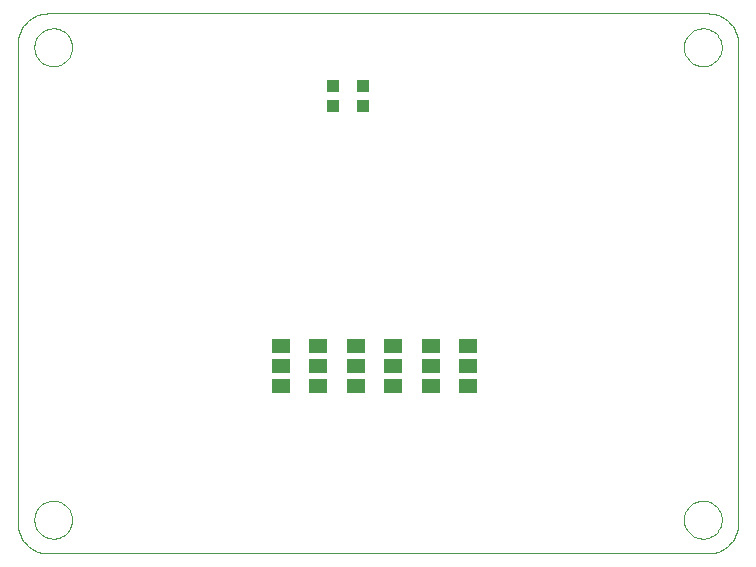
<source format=gbp>
G75*
%MOIN*%
%OFA0B0*%
%FSLAX24Y24*%
%IPPOS*%
%LPD*%
%AMOC8*
5,1,8,0,0,1.08239X$1,22.5*
%
%ADD10C,0.0000*%
%ADD11R,0.0394X0.0433*%
%ADD12R,0.0591X0.0512*%
D10*
X001650Y000650D02*
X023650Y000650D01*
X023710Y000652D01*
X023771Y000657D01*
X023830Y000666D01*
X023889Y000679D01*
X023948Y000695D01*
X024005Y000715D01*
X024060Y000738D01*
X024115Y000765D01*
X024167Y000794D01*
X024218Y000827D01*
X024267Y000863D01*
X024313Y000901D01*
X024357Y000943D01*
X024399Y000987D01*
X024437Y001033D01*
X024473Y001082D01*
X024506Y001133D01*
X024535Y001185D01*
X024562Y001240D01*
X024585Y001295D01*
X024605Y001352D01*
X024621Y001411D01*
X024634Y001470D01*
X024643Y001529D01*
X024648Y001590D01*
X024650Y001650D01*
X024650Y017650D01*
X024648Y017710D01*
X024643Y017771D01*
X024634Y017830D01*
X024621Y017889D01*
X024605Y017948D01*
X024585Y018005D01*
X024562Y018060D01*
X024535Y018115D01*
X024506Y018167D01*
X024473Y018218D01*
X024437Y018267D01*
X024399Y018313D01*
X024357Y018357D01*
X024313Y018399D01*
X024267Y018437D01*
X024218Y018473D01*
X024167Y018506D01*
X024115Y018535D01*
X024060Y018562D01*
X024005Y018585D01*
X023948Y018605D01*
X023889Y018621D01*
X023830Y018634D01*
X023771Y018643D01*
X023710Y018648D01*
X023650Y018650D01*
X001650Y018650D01*
X001590Y018648D01*
X001529Y018643D01*
X001470Y018634D01*
X001411Y018621D01*
X001352Y018605D01*
X001295Y018585D01*
X001240Y018562D01*
X001185Y018535D01*
X001133Y018506D01*
X001082Y018473D01*
X001033Y018437D01*
X000987Y018399D01*
X000943Y018357D01*
X000901Y018313D01*
X000863Y018267D01*
X000827Y018218D01*
X000794Y018167D01*
X000765Y018115D01*
X000738Y018060D01*
X000715Y018005D01*
X000695Y017948D01*
X000679Y017889D01*
X000666Y017830D01*
X000657Y017771D01*
X000652Y017710D01*
X000650Y017650D01*
X000650Y001650D01*
X000652Y001590D01*
X000657Y001529D01*
X000666Y001470D01*
X000679Y001411D01*
X000695Y001352D01*
X000715Y001295D01*
X000738Y001240D01*
X000765Y001185D01*
X000794Y001133D01*
X000827Y001082D01*
X000863Y001033D01*
X000901Y000987D01*
X000943Y000943D01*
X000987Y000901D01*
X001033Y000863D01*
X001082Y000827D01*
X001133Y000794D01*
X001185Y000765D01*
X001240Y000738D01*
X001295Y000715D01*
X001352Y000695D01*
X001411Y000679D01*
X001470Y000666D01*
X001529Y000657D01*
X001590Y000652D01*
X001650Y000650D01*
X001193Y001776D02*
X001195Y001826D01*
X001201Y001876D01*
X001211Y001925D01*
X001225Y001973D01*
X001242Y002020D01*
X001263Y002065D01*
X001288Y002109D01*
X001316Y002150D01*
X001348Y002189D01*
X001382Y002226D01*
X001419Y002260D01*
X001459Y002290D01*
X001501Y002317D01*
X001545Y002341D01*
X001591Y002362D01*
X001638Y002378D01*
X001686Y002391D01*
X001736Y002400D01*
X001785Y002405D01*
X001836Y002406D01*
X001886Y002403D01*
X001935Y002396D01*
X001984Y002385D01*
X002032Y002370D01*
X002078Y002352D01*
X002123Y002330D01*
X002166Y002304D01*
X002207Y002275D01*
X002246Y002243D01*
X002282Y002208D01*
X002314Y002170D01*
X002344Y002130D01*
X002371Y002087D01*
X002394Y002043D01*
X002413Y001997D01*
X002429Y001949D01*
X002441Y001900D01*
X002449Y001851D01*
X002453Y001801D01*
X002453Y001751D01*
X002449Y001701D01*
X002441Y001652D01*
X002429Y001603D01*
X002413Y001555D01*
X002394Y001509D01*
X002371Y001465D01*
X002344Y001422D01*
X002314Y001382D01*
X002282Y001344D01*
X002246Y001309D01*
X002207Y001277D01*
X002166Y001248D01*
X002123Y001222D01*
X002078Y001200D01*
X002032Y001182D01*
X001984Y001167D01*
X001935Y001156D01*
X001886Y001149D01*
X001836Y001146D01*
X001785Y001147D01*
X001736Y001152D01*
X001686Y001161D01*
X001638Y001174D01*
X001591Y001190D01*
X001545Y001211D01*
X001501Y001235D01*
X001459Y001262D01*
X001419Y001292D01*
X001382Y001326D01*
X001348Y001363D01*
X001316Y001402D01*
X001288Y001443D01*
X001263Y001487D01*
X001242Y001532D01*
X001225Y001579D01*
X001211Y001627D01*
X001201Y001676D01*
X001195Y001726D01*
X001193Y001776D01*
X001193Y017524D02*
X001195Y017574D01*
X001201Y017624D01*
X001211Y017673D01*
X001225Y017721D01*
X001242Y017768D01*
X001263Y017813D01*
X001288Y017857D01*
X001316Y017898D01*
X001348Y017937D01*
X001382Y017974D01*
X001419Y018008D01*
X001459Y018038D01*
X001501Y018065D01*
X001545Y018089D01*
X001591Y018110D01*
X001638Y018126D01*
X001686Y018139D01*
X001736Y018148D01*
X001785Y018153D01*
X001836Y018154D01*
X001886Y018151D01*
X001935Y018144D01*
X001984Y018133D01*
X002032Y018118D01*
X002078Y018100D01*
X002123Y018078D01*
X002166Y018052D01*
X002207Y018023D01*
X002246Y017991D01*
X002282Y017956D01*
X002314Y017918D01*
X002344Y017878D01*
X002371Y017835D01*
X002394Y017791D01*
X002413Y017745D01*
X002429Y017697D01*
X002441Y017648D01*
X002449Y017599D01*
X002453Y017549D01*
X002453Y017499D01*
X002449Y017449D01*
X002441Y017400D01*
X002429Y017351D01*
X002413Y017303D01*
X002394Y017257D01*
X002371Y017213D01*
X002344Y017170D01*
X002314Y017130D01*
X002282Y017092D01*
X002246Y017057D01*
X002207Y017025D01*
X002166Y016996D01*
X002123Y016970D01*
X002078Y016948D01*
X002032Y016930D01*
X001984Y016915D01*
X001935Y016904D01*
X001886Y016897D01*
X001836Y016894D01*
X001785Y016895D01*
X001736Y016900D01*
X001686Y016909D01*
X001638Y016922D01*
X001591Y016938D01*
X001545Y016959D01*
X001501Y016983D01*
X001459Y017010D01*
X001419Y017040D01*
X001382Y017074D01*
X001348Y017111D01*
X001316Y017150D01*
X001288Y017191D01*
X001263Y017235D01*
X001242Y017280D01*
X001225Y017327D01*
X001211Y017375D01*
X001201Y017424D01*
X001195Y017474D01*
X001193Y017524D01*
X022847Y017524D02*
X022849Y017574D01*
X022855Y017624D01*
X022865Y017673D01*
X022879Y017721D01*
X022896Y017768D01*
X022917Y017813D01*
X022942Y017857D01*
X022970Y017898D01*
X023002Y017937D01*
X023036Y017974D01*
X023073Y018008D01*
X023113Y018038D01*
X023155Y018065D01*
X023199Y018089D01*
X023245Y018110D01*
X023292Y018126D01*
X023340Y018139D01*
X023390Y018148D01*
X023439Y018153D01*
X023490Y018154D01*
X023540Y018151D01*
X023589Y018144D01*
X023638Y018133D01*
X023686Y018118D01*
X023732Y018100D01*
X023777Y018078D01*
X023820Y018052D01*
X023861Y018023D01*
X023900Y017991D01*
X023936Y017956D01*
X023968Y017918D01*
X023998Y017878D01*
X024025Y017835D01*
X024048Y017791D01*
X024067Y017745D01*
X024083Y017697D01*
X024095Y017648D01*
X024103Y017599D01*
X024107Y017549D01*
X024107Y017499D01*
X024103Y017449D01*
X024095Y017400D01*
X024083Y017351D01*
X024067Y017303D01*
X024048Y017257D01*
X024025Y017213D01*
X023998Y017170D01*
X023968Y017130D01*
X023936Y017092D01*
X023900Y017057D01*
X023861Y017025D01*
X023820Y016996D01*
X023777Y016970D01*
X023732Y016948D01*
X023686Y016930D01*
X023638Y016915D01*
X023589Y016904D01*
X023540Y016897D01*
X023490Y016894D01*
X023439Y016895D01*
X023390Y016900D01*
X023340Y016909D01*
X023292Y016922D01*
X023245Y016938D01*
X023199Y016959D01*
X023155Y016983D01*
X023113Y017010D01*
X023073Y017040D01*
X023036Y017074D01*
X023002Y017111D01*
X022970Y017150D01*
X022942Y017191D01*
X022917Y017235D01*
X022896Y017280D01*
X022879Y017327D01*
X022865Y017375D01*
X022855Y017424D01*
X022849Y017474D01*
X022847Y017524D01*
X022847Y001776D02*
X022849Y001826D01*
X022855Y001876D01*
X022865Y001925D01*
X022879Y001973D01*
X022896Y002020D01*
X022917Y002065D01*
X022942Y002109D01*
X022970Y002150D01*
X023002Y002189D01*
X023036Y002226D01*
X023073Y002260D01*
X023113Y002290D01*
X023155Y002317D01*
X023199Y002341D01*
X023245Y002362D01*
X023292Y002378D01*
X023340Y002391D01*
X023390Y002400D01*
X023439Y002405D01*
X023490Y002406D01*
X023540Y002403D01*
X023589Y002396D01*
X023638Y002385D01*
X023686Y002370D01*
X023732Y002352D01*
X023777Y002330D01*
X023820Y002304D01*
X023861Y002275D01*
X023900Y002243D01*
X023936Y002208D01*
X023968Y002170D01*
X023998Y002130D01*
X024025Y002087D01*
X024048Y002043D01*
X024067Y001997D01*
X024083Y001949D01*
X024095Y001900D01*
X024103Y001851D01*
X024107Y001801D01*
X024107Y001751D01*
X024103Y001701D01*
X024095Y001652D01*
X024083Y001603D01*
X024067Y001555D01*
X024048Y001509D01*
X024025Y001465D01*
X023998Y001422D01*
X023968Y001382D01*
X023936Y001344D01*
X023900Y001309D01*
X023861Y001277D01*
X023820Y001248D01*
X023777Y001222D01*
X023732Y001200D01*
X023686Y001182D01*
X023638Y001167D01*
X023589Y001156D01*
X023540Y001149D01*
X023490Y001146D01*
X023439Y001147D01*
X023390Y001152D01*
X023340Y001161D01*
X023292Y001174D01*
X023245Y001190D01*
X023199Y001211D01*
X023155Y001235D01*
X023113Y001262D01*
X023073Y001292D01*
X023036Y001326D01*
X023002Y001363D01*
X022970Y001402D01*
X022942Y001443D01*
X022917Y001487D01*
X022896Y001532D01*
X022879Y001579D01*
X022865Y001627D01*
X022855Y001676D01*
X022849Y001726D01*
X022847Y001776D01*
D11*
X012150Y015565D03*
X012150Y016235D03*
X011150Y016235D03*
X011150Y015565D03*
D12*
X010650Y007569D03*
X010650Y006900D03*
X010650Y006231D03*
X009400Y006231D03*
X009400Y006900D03*
X009400Y007569D03*
X011900Y007569D03*
X011900Y006900D03*
X011900Y006231D03*
X013150Y006231D03*
X013150Y006900D03*
X013150Y007569D03*
X014400Y007569D03*
X014400Y006900D03*
X014400Y006231D03*
X015650Y006231D03*
X015650Y006900D03*
X015650Y007569D03*
M02*

</source>
